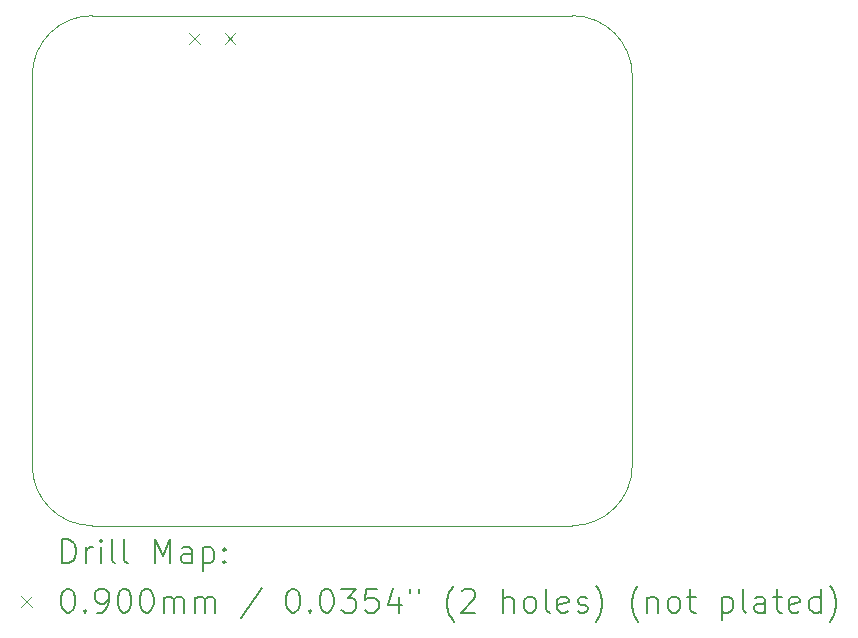
<source format=gbr>
%TF.GenerationSoftware,KiCad,Pcbnew,7.0.10*%
%TF.CreationDate,2024-03-14T18:53:14+05:30*%
%TF.ProjectId,STM32_4LAYER,53544d33-325f-4344-9c41-5945522e6b69,rev?*%
%TF.SameCoordinates,Original*%
%TF.FileFunction,Drillmap*%
%TF.FilePolarity,Positive*%
%FSLAX45Y45*%
G04 Gerber Fmt 4.5, Leading zero omitted, Abs format (unit mm)*
G04 Created by KiCad (PCBNEW 7.0.10) date 2024-03-14 18:53:14*
%MOMM*%
%LPD*%
G01*
G04 APERTURE LIST*
%ADD10C,0.100000*%
%ADD11C,0.200000*%
G04 APERTURE END LIST*
D10*
X20066000Y-7874000D02*
X20066000Y-11176000D01*
X14986000Y-11176000D02*
G75*
G03*
X15494000Y-11684000I508000J0D01*
G01*
X15494000Y-11684000D02*
X19558000Y-11684000D01*
X15494000Y-7366000D02*
X19558000Y-7366000D01*
X19558000Y-11684000D02*
G75*
G03*
X20066000Y-11176000I0J508000D01*
G01*
X15494000Y-7366000D02*
G75*
G03*
X14986000Y-7874000I0J-508000D01*
G01*
X20066000Y-7874000D02*
G75*
G03*
X19558000Y-7366000I-508000J0D01*
G01*
X14986000Y-7874000D02*
X14986000Y-11176000D01*
D11*
D10*
X16315000Y-7513300D02*
X16405000Y-7603300D01*
X16405000Y-7513300D02*
X16315000Y-7603300D01*
X16615000Y-7513300D02*
X16705000Y-7603300D01*
X16705000Y-7513300D02*
X16615000Y-7603300D01*
D11*
X15241777Y-12000484D02*
X15241777Y-11800484D01*
X15241777Y-11800484D02*
X15289396Y-11800484D01*
X15289396Y-11800484D02*
X15317967Y-11810008D01*
X15317967Y-11810008D02*
X15337015Y-11829055D01*
X15337015Y-11829055D02*
X15346539Y-11848103D01*
X15346539Y-11848103D02*
X15356062Y-11886198D01*
X15356062Y-11886198D02*
X15356062Y-11914769D01*
X15356062Y-11914769D02*
X15346539Y-11952865D01*
X15346539Y-11952865D02*
X15337015Y-11971912D01*
X15337015Y-11971912D02*
X15317967Y-11990960D01*
X15317967Y-11990960D02*
X15289396Y-12000484D01*
X15289396Y-12000484D02*
X15241777Y-12000484D01*
X15441777Y-12000484D02*
X15441777Y-11867150D01*
X15441777Y-11905246D02*
X15451301Y-11886198D01*
X15451301Y-11886198D02*
X15460824Y-11876674D01*
X15460824Y-11876674D02*
X15479872Y-11867150D01*
X15479872Y-11867150D02*
X15498920Y-11867150D01*
X15565586Y-12000484D02*
X15565586Y-11867150D01*
X15565586Y-11800484D02*
X15556062Y-11810008D01*
X15556062Y-11810008D02*
X15565586Y-11819531D01*
X15565586Y-11819531D02*
X15575110Y-11810008D01*
X15575110Y-11810008D02*
X15565586Y-11800484D01*
X15565586Y-11800484D02*
X15565586Y-11819531D01*
X15689396Y-12000484D02*
X15670348Y-11990960D01*
X15670348Y-11990960D02*
X15660824Y-11971912D01*
X15660824Y-11971912D02*
X15660824Y-11800484D01*
X15794158Y-12000484D02*
X15775110Y-11990960D01*
X15775110Y-11990960D02*
X15765586Y-11971912D01*
X15765586Y-11971912D02*
X15765586Y-11800484D01*
X16022729Y-12000484D02*
X16022729Y-11800484D01*
X16022729Y-11800484D02*
X16089396Y-11943341D01*
X16089396Y-11943341D02*
X16156062Y-11800484D01*
X16156062Y-11800484D02*
X16156062Y-12000484D01*
X16337015Y-12000484D02*
X16337015Y-11895722D01*
X16337015Y-11895722D02*
X16327491Y-11876674D01*
X16327491Y-11876674D02*
X16308443Y-11867150D01*
X16308443Y-11867150D02*
X16270348Y-11867150D01*
X16270348Y-11867150D02*
X16251301Y-11876674D01*
X16337015Y-11990960D02*
X16317967Y-12000484D01*
X16317967Y-12000484D02*
X16270348Y-12000484D01*
X16270348Y-12000484D02*
X16251301Y-11990960D01*
X16251301Y-11990960D02*
X16241777Y-11971912D01*
X16241777Y-11971912D02*
X16241777Y-11952865D01*
X16241777Y-11952865D02*
X16251301Y-11933817D01*
X16251301Y-11933817D02*
X16270348Y-11924293D01*
X16270348Y-11924293D02*
X16317967Y-11924293D01*
X16317967Y-11924293D02*
X16337015Y-11914769D01*
X16432253Y-11867150D02*
X16432253Y-12067150D01*
X16432253Y-11876674D02*
X16451301Y-11867150D01*
X16451301Y-11867150D02*
X16489396Y-11867150D01*
X16489396Y-11867150D02*
X16508443Y-11876674D01*
X16508443Y-11876674D02*
X16517967Y-11886198D01*
X16517967Y-11886198D02*
X16527491Y-11905246D01*
X16527491Y-11905246D02*
X16527491Y-11962388D01*
X16527491Y-11962388D02*
X16517967Y-11981436D01*
X16517967Y-11981436D02*
X16508443Y-11990960D01*
X16508443Y-11990960D02*
X16489396Y-12000484D01*
X16489396Y-12000484D02*
X16451301Y-12000484D01*
X16451301Y-12000484D02*
X16432253Y-11990960D01*
X16613205Y-11981436D02*
X16622729Y-11990960D01*
X16622729Y-11990960D02*
X16613205Y-12000484D01*
X16613205Y-12000484D02*
X16603682Y-11990960D01*
X16603682Y-11990960D02*
X16613205Y-11981436D01*
X16613205Y-11981436D02*
X16613205Y-12000484D01*
X16613205Y-11876674D02*
X16622729Y-11886198D01*
X16622729Y-11886198D02*
X16613205Y-11895722D01*
X16613205Y-11895722D02*
X16603682Y-11886198D01*
X16603682Y-11886198D02*
X16613205Y-11876674D01*
X16613205Y-11876674D02*
X16613205Y-11895722D01*
D10*
X14891000Y-12284000D02*
X14981000Y-12374000D01*
X14981000Y-12284000D02*
X14891000Y-12374000D01*
D11*
X15279872Y-12220484D02*
X15298920Y-12220484D01*
X15298920Y-12220484D02*
X15317967Y-12230008D01*
X15317967Y-12230008D02*
X15327491Y-12239531D01*
X15327491Y-12239531D02*
X15337015Y-12258579D01*
X15337015Y-12258579D02*
X15346539Y-12296674D01*
X15346539Y-12296674D02*
X15346539Y-12344293D01*
X15346539Y-12344293D02*
X15337015Y-12382388D01*
X15337015Y-12382388D02*
X15327491Y-12401436D01*
X15327491Y-12401436D02*
X15317967Y-12410960D01*
X15317967Y-12410960D02*
X15298920Y-12420484D01*
X15298920Y-12420484D02*
X15279872Y-12420484D01*
X15279872Y-12420484D02*
X15260824Y-12410960D01*
X15260824Y-12410960D02*
X15251301Y-12401436D01*
X15251301Y-12401436D02*
X15241777Y-12382388D01*
X15241777Y-12382388D02*
X15232253Y-12344293D01*
X15232253Y-12344293D02*
X15232253Y-12296674D01*
X15232253Y-12296674D02*
X15241777Y-12258579D01*
X15241777Y-12258579D02*
X15251301Y-12239531D01*
X15251301Y-12239531D02*
X15260824Y-12230008D01*
X15260824Y-12230008D02*
X15279872Y-12220484D01*
X15432253Y-12401436D02*
X15441777Y-12410960D01*
X15441777Y-12410960D02*
X15432253Y-12420484D01*
X15432253Y-12420484D02*
X15422729Y-12410960D01*
X15422729Y-12410960D02*
X15432253Y-12401436D01*
X15432253Y-12401436D02*
X15432253Y-12420484D01*
X15537015Y-12420484D02*
X15575110Y-12420484D01*
X15575110Y-12420484D02*
X15594158Y-12410960D01*
X15594158Y-12410960D02*
X15603682Y-12401436D01*
X15603682Y-12401436D02*
X15622729Y-12372865D01*
X15622729Y-12372865D02*
X15632253Y-12334769D01*
X15632253Y-12334769D02*
X15632253Y-12258579D01*
X15632253Y-12258579D02*
X15622729Y-12239531D01*
X15622729Y-12239531D02*
X15613205Y-12230008D01*
X15613205Y-12230008D02*
X15594158Y-12220484D01*
X15594158Y-12220484D02*
X15556062Y-12220484D01*
X15556062Y-12220484D02*
X15537015Y-12230008D01*
X15537015Y-12230008D02*
X15527491Y-12239531D01*
X15527491Y-12239531D02*
X15517967Y-12258579D01*
X15517967Y-12258579D02*
X15517967Y-12306198D01*
X15517967Y-12306198D02*
X15527491Y-12325246D01*
X15527491Y-12325246D02*
X15537015Y-12334769D01*
X15537015Y-12334769D02*
X15556062Y-12344293D01*
X15556062Y-12344293D02*
X15594158Y-12344293D01*
X15594158Y-12344293D02*
X15613205Y-12334769D01*
X15613205Y-12334769D02*
X15622729Y-12325246D01*
X15622729Y-12325246D02*
X15632253Y-12306198D01*
X15756062Y-12220484D02*
X15775110Y-12220484D01*
X15775110Y-12220484D02*
X15794158Y-12230008D01*
X15794158Y-12230008D02*
X15803682Y-12239531D01*
X15803682Y-12239531D02*
X15813205Y-12258579D01*
X15813205Y-12258579D02*
X15822729Y-12296674D01*
X15822729Y-12296674D02*
X15822729Y-12344293D01*
X15822729Y-12344293D02*
X15813205Y-12382388D01*
X15813205Y-12382388D02*
X15803682Y-12401436D01*
X15803682Y-12401436D02*
X15794158Y-12410960D01*
X15794158Y-12410960D02*
X15775110Y-12420484D01*
X15775110Y-12420484D02*
X15756062Y-12420484D01*
X15756062Y-12420484D02*
X15737015Y-12410960D01*
X15737015Y-12410960D02*
X15727491Y-12401436D01*
X15727491Y-12401436D02*
X15717967Y-12382388D01*
X15717967Y-12382388D02*
X15708443Y-12344293D01*
X15708443Y-12344293D02*
X15708443Y-12296674D01*
X15708443Y-12296674D02*
X15717967Y-12258579D01*
X15717967Y-12258579D02*
X15727491Y-12239531D01*
X15727491Y-12239531D02*
X15737015Y-12230008D01*
X15737015Y-12230008D02*
X15756062Y-12220484D01*
X15946539Y-12220484D02*
X15965586Y-12220484D01*
X15965586Y-12220484D02*
X15984634Y-12230008D01*
X15984634Y-12230008D02*
X15994158Y-12239531D01*
X15994158Y-12239531D02*
X16003682Y-12258579D01*
X16003682Y-12258579D02*
X16013205Y-12296674D01*
X16013205Y-12296674D02*
X16013205Y-12344293D01*
X16013205Y-12344293D02*
X16003682Y-12382388D01*
X16003682Y-12382388D02*
X15994158Y-12401436D01*
X15994158Y-12401436D02*
X15984634Y-12410960D01*
X15984634Y-12410960D02*
X15965586Y-12420484D01*
X15965586Y-12420484D02*
X15946539Y-12420484D01*
X15946539Y-12420484D02*
X15927491Y-12410960D01*
X15927491Y-12410960D02*
X15917967Y-12401436D01*
X15917967Y-12401436D02*
X15908443Y-12382388D01*
X15908443Y-12382388D02*
X15898920Y-12344293D01*
X15898920Y-12344293D02*
X15898920Y-12296674D01*
X15898920Y-12296674D02*
X15908443Y-12258579D01*
X15908443Y-12258579D02*
X15917967Y-12239531D01*
X15917967Y-12239531D02*
X15927491Y-12230008D01*
X15927491Y-12230008D02*
X15946539Y-12220484D01*
X16098920Y-12420484D02*
X16098920Y-12287150D01*
X16098920Y-12306198D02*
X16108443Y-12296674D01*
X16108443Y-12296674D02*
X16127491Y-12287150D01*
X16127491Y-12287150D02*
X16156063Y-12287150D01*
X16156063Y-12287150D02*
X16175110Y-12296674D01*
X16175110Y-12296674D02*
X16184634Y-12315722D01*
X16184634Y-12315722D02*
X16184634Y-12420484D01*
X16184634Y-12315722D02*
X16194158Y-12296674D01*
X16194158Y-12296674D02*
X16213205Y-12287150D01*
X16213205Y-12287150D02*
X16241777Y-12287150D01*
X16241777Y-12287150D02*
X16260824Y-12296674D01*
X16260824Y-12296674D02*
X16270348Y-12315722D01*
X16270348Y-12315722D02*
X16270348Y-12420484D01*
X16365586Y-12420484D02*
X16365586Y-12287150D01*
X16365586Y-12306198D02*
X16375110Y-12296674D01*
X16375110Y-12296674D02*
X16394158Y-12287150D01*
X16394158Y-12287150D02*
X16422729Y-12287150D01*
X16422729Y-12287150D02*
X16441777Y-12296674D01*
X16441777Y-12296674D02*
X16451301Y-12315722D01*
X16451301Y-12315722D02*
X16451301Y-12420484D01*
X16451301Y-12315722D02*
X16460824Y-12296674D01*
X16460824Y-12296674D02*
X16479872Y-12287150D01*
X16479872Y-12287150D02*
X16508443Y-12287150D01*
X16508443Y-12287150D02*
X16527491Y-12296674D01*
X16527491Y-12296674D02*
X16537015Y-12315722D01*
X16537015Y-12315722D02*
X16537015Y-12420484D01*
X16927491Y-12210960D02*
X16756063Y-12468103D01*
X17184634Y-12220484D02*
X17203682Y-12220484D01*
X17203682Y-12220484D02*
X17222729Y-12230008D01*
X17222729Y-12230008D02*
X17232253Y-12239531D01*
X17232253Y-12239531D02*
X17241777Y-12258579D01*
X17241777Y-12258579D02*
X17251301Y-12296674D01*
X17251301Y-12296674D02*
X17251301Y-12344293D01*
X17251301Y-12344293D02*
X17241777Y-12382388D01*
X17241777Y-12382388D02*
X17232253Y-12401436D01*
X17232253Y-12401436D02*
X17222729Y-12410960D01*
X17222729Y-12410960D02*
X17203682Y-12420484D01*
X17203682Y-12420484D02*
X17184634Y-12420484D01*
X17184634Y-12420484D02*
X17165587Y-12410960D01*
X17165587Y-12410960D02*
X17156063Y-12401436D01*
X17156063Y-12401436D02*
X17146539Y-12382388D01*
X17146539Y-12382388D02*
X17137015Y-12344293D01*
X17137015Y-12344293D02*
X17137015Y-12296674D01*
X17137015Y-12296674D02*
X17146539Y-12258579D01*
X17146539Y-12258579D02*
X17156063Y-12239531D01*
X17156063Y-12239531D02*
X17165587Y-12230008D01*
X17165587Y-12230008D02*
X17184634Y-12220484D01*
X17337015Y-12401436D02*
X17346539Y-12410960D01*
X17346539Y-12410960D02*
X17337015Y-12420484D01*
X17337015Y-12420484D02*
X17327491Y-12410960D01*
X17327491Y-12410960D02*
X17337015Y-12401436D01*
X17337015Y-12401436D02*
X17337015Y-12420484D01*
X17470348Y-12220484D02*
X17489396Y-12220484D01*
X17489396Y-12220484D02*
X17508444Y-12230008D01*
X17508444Y-12230008D02*
X17517968Y-12239531D01*
X17517968Y-12239531D02*
X17527491Y-12258579D01*
X17527491Y-12258579D02*
X17537015Y-12296674D01*
X17537015Y-12296674D02*
X17537015Y-12344293D01*
X17537015Y-12344293D02*
X17527491Y-12382388D01*
X17527491Y-12382388D02*
X17517968Y-12401436D01*
X17517968Y-12401436D02*
X17508444Y-12410960D01*
X17508444Y-12410960D02*
X17489396Y-12420484D01*
X17489396Y-12420484D02*
X17470348Y-12420484D01*
X17470348Y-12420484D02*
X17451301Y-12410960D01*
X17451301Y-12410960D02*
X17441777Y-12401436D01*
X17441777Y-12401436D02*
X17432253Y-12382388D01*
X17432253Y-12382388D02*
X17422729Y-12344293D01*
X17422729Y-12344293D02*
X17422729Y-12296674D01*
X17422729Y-12296674D02*
X17432253Y-12258579D01*
X17432253Y-12258579D02*
X17441777Y-12239531D01*
X17441777Y-12239531D02*
X17451301Y-12230008D01*
X17451301Y-12230008D02*
X17470348Y-12220484D01*
X17603682Y-12220484D02*
X17727491Y-12220484D01*
X17727491Y-12220484D02*
X17660825Y-12296674D01*
X17660825Y-12296674D02*
X17689396Y-12296674D01*
X17689396Y-12296674D02*
X17708444Y-12306198D01*
X17708444Y-12306198D02*
X17717968Y-12315722D01*
X17717968Y-12315722D02*
X17727491Y-12334769D01*
X17727491Y-12334769D02*
X17727491Y-12382388D01*
X17727491Y-12382388D02*
X17717968Y-12401436D01*
X17717968Y-12401436D02*
X17708444Y-12410960D01*
X17708444Y-12410960D02*
X17689396Y-12420484D01*
X17689396Y-12420484D02*
X17632253Y-12420484D01*
X17632253Y-12420484D02*
X17613206Y-12410960D01*
X17613206Y-12410960D02*
X17603682Y-12401436D01*
X17908444Y-12220484D02*
X17813206Y-12220484D01*
X17813206Y-12220484D02*
X17803682Y-12315722D01*
X17803682Y-12315722D02*
X17813206Y-12306198D01*
X17813206Y-12306198D02*
X17832253Y-12296674D01*
X17832253Y-12296674D02*
X17879872Y-12296674D01*
X17879872Y-12296674D02*
X17898920Y-12306198D01*
X17898920Y-12306198D02*
X17908444Y-12315722D01*
X17908444Y-12315722D02*
X17917968Y-12334769D01*
X17917968Y-12334769D02*
X17917968Y-12382388D01*
X17917968Y-12382388D02*
X17908444Y-12401436D01*
X17908444Y-12401436D02*
X17898920Y-12410960D01*
X17898920Y-12410960D02*
X17879872Y-12420484D01*
X17879872Y-12420484D02*
X17832253Y-12420484D01*
X17832253Y-12420484D02*
X17813206Y-12410960D01*
X17813206Y-12410960D02*
X17803682Y-12401436D01*
X18089396Y-12287150D02*
X18089396Y-12420484D01*
X18041777Y-12210960D02*
X17994158Y-12353817D01*
X17994158Y-12353817D02*
X18117968Y-12353817D01*
X18184634Y-12220484D02*
X18184634Y-12258579D01*
X18260825Y-12220484D02*
X18260825Y-12258579D01*
X18556063Y-12496674D02*
X18546539Y-12487150D01*
X18546539Y-12487150D02*
X18527491Y-12458579D01*
X18527491Y-12458579D02*
X18517968Y-12439531D01*
X18517968Y-12439531D02*
X18508444Y-12410960D01*
X18508444Y-12410960D02*
X18498920Y-12363341D01*
X18498920Y-12363341D02*
X18498920Y-12325246D01*
X18498920Y-12325246D02*
X18508444Y-12277627D01*
X18508444Y-12277627D02*
X18517968Y-12249055D01*
X18517968Y-12249055D02*
X18527491Y-12230008D01*
X18527491Y-12230008D02*
X18546539Y-12201436D01*
X18546539Y-12201436D02*
X18556063Y-12191912D01*
X18622730Y-12239531D02*
X18632253Y-12230008D01*
X18632253Y-12230008D02*
X18651301Y-12220484D01*
X18651301Y-12220484D02*
X18698920Y-12220484D01*
X18698920Y-12220484D02*
X18717968Y-12230008D01*
X18717968Y-12230008D02*
X18727491Y-12239531D01*
X18727491Y-12239531D02*
X18737015Y-12258579D01*
X18737015Y-12258579D02*
X18737015Y-12277627D01*
X18737015Y-12277627D02*
X18727491Y-12306198D01*
X18727491Y-12306198D02*
X18613206Y-12420484D01*
X18613206Y-12420484D02*
X18737015Y-12420484D01*
X18975111Y-12420484D02*
X18975111Y-12220484D01*
X19060825Y-12420484D02*
X19060825Y-12315722D01*
X19060825Y-12315722D02*
X19051301Y-12296674D01*
X19051301Y-12296674D02*
X19032253Y-12287150D01*
X19032253Y-12287150D02*
X19003682Y-12287150D01*
X19003682Y-12287150D02*
X18984634Y-12296674D01*
X18984634Y-12296674D02*
X18975111Y-12306198D01*
X19184634Y-12420484D02*
X19165587Y-12410960D01*
X19165587Y-12410960D02*
X19156063Y-12401436D01*
X19156063Y-12401436D02*
X19146539Y-12382388D01*
X19146539Y-12382388D02*
X19146539Y-12325246D01*
X19146539Y-12325246D02*
X19156063Y-12306198D01*
X19156063Y-12306198D02*
X19165587Y-12296674D01*
X19165587Y-12296674D02*
X19184634Y-12287150D01*
X19184634Y-12287150D02*
X19213206Y-12287150D01*
X19213206Y-12287150D02*
X19232253Y-12296674D01*
X19232253Y-12296674D02*
X19241777Y-12306198D01*
X19241777Y-12306198D02*
X19251301Y-12325246D01*
X19251301Y-12325246D02*
X19251301Y-12382388D01*
X19251301Y-12382388D02*
X19241777Y-12401436D01*
X19241777Y-12401436D02*
X19232253Y-12410960D01*
X19232253Y-12410960D02*
X19213206Y-12420484D01*
X19213206Y-12420484D02*
X19184634Y-12420484D01*
X19365587Y-12420484D02*
X19346539Y-12410960D01*
X19346539Y-12410960D02*
X19337015Y-12391912D01*
X19337015Y-12391912D02*
X19337015Y-12220484D01*
X19517968Y-12410960D02*
X19498920Y-12420484D01*
X19498920Y-12420484D02*
X19460825Y-12420484D01*
X19460825Y-12420484D02*
X19441777Y-12410960D01*
X19441777Y-12410960D02*
X19432253Y-12391912D01*
X19432253Y-12391912D02*
X19432253Y-12315722D01*
X19432253Y-12315722D02*
X19441777Y-12296674D01*
X19441777Y-12296674D02*
X19460825Y-12287150D01*
X19460825Y-12287150D02*
X19498920Y-12287150D01*
X19498920Y-12287150D02*
X19517968Y-12296674D01*
X19517968Y-12296674D02*
X19527492Y-12315722D01*
X19527492Y-12315722D02*
X19527492Y-12334769D01*
X19527492Y-12334769D02*
X19432253Y-12353817D01*
X19603682Y-12410960D02*
X19622730Y-12420484D01*
X19622730Y-12420484D02*
X19660825Y-12420484D01*
X19660825Y-12420484D02*
X19679873Y-12410960D01*
X19679873Y-12410960D02*
X19689396Y-12391912D01*
X19689396Y-12391912D02*
X19689396Y-12382388D01*
X19689396Y-12382388D02*
X19679873Y-12363341D01*
X19679873Y-12363341D02*
X19660825Y-12353817D01*
X19660825Y-12353817D02*
X19632253Y-12353817D01*
X19632253Y-12353817D02*
X19613206Y-12344293D01*
X19613206Y-12344293D02*
X19603682Y-12325246D01*
X19603682Y-12325246D02*
X19603682Y-12315722D01*
X19603682Y-12315722D02*
X19613206Y-12296674D01*
X19613206Y-12296674D02*
X19632253Y-12287150D01*
X19632253Y-12287150D02*
X19660825Y-12287150D01*
X19660825Y-12287150D02*
X19679873Y-12296674D01*
X19756063Y-12496674D02*
X19765587Y-12487150D01*
X19765587Y-12487150D02*
X19784634Y-12458579D01*
X19784634Y-12458579D02*
X19794158Y-12439531D01*
X19794158Y-12439531D02*
X19803682Y-12410960D01*
X19803682Y-12410960D02*
X19813206Y-12363341D01*
X19813206Y-12363341D02*
X19813206Y-12325246D01*
X19813206Y-12325246D02*
X19803682Y-12277627D01*
X19803682Y-12277627D02*
X19794158Y-12249055D01*
X19794158Y-12249055D02*
X19784634Y-12230008D01*
X19784634Y-12230008D02*
X19765587Y-12201436D01*
X19765587Y-12201436D02*
X19756063Y-12191912D01*
X20117968Y-12496674D02*
X20108444Y-12487150D01*
X20108444Y-12487150D02*
X20089396Y-12458579D01*
X20089396Y-12458579D02*
X20079873Y-12439531D01*
X20079873Y-12439531D02*
X20070349Y-12410960D01*
X20070349Y-12410960D02*
X20060825Y-12363341D01*
X20060825Y-12363341D02*
X20060825Y-12325246D01*
X20060825Y-12325246D02*
X20070349Y-12277627D01*
X20070349Y-12277627D02*
X20079873Y-12249055D01*
X20079873Y-12249055D02*
X20089396Y-12230008D01*
X20089396Y-12230008D02*
X20108444Y-12201436D01*
X20108444Y-12201436D02*
X20117968Y-12191912D01*
X20194158Y-12287150D02*
X20194158Y-12420484D01*
X20194158Y-12306198D02*
X20203682Y-12296674D01*
X20203682Y-12296674D02*
X20222730Y-12287150D01*
X20222730Y-12287150D02*
X20251301Y-12287150D01*
X20251301Y-12287150D02*
X20270349Y-12296674D01*
X20270349Y-12296674D02*
X20279873Y-12315722D01*
X20279873Y-12315722D02*
X20279873Y-12420484D01*
X20403682Y-12420484D02*
X20384634Y-12410960D01*
X20384634Y-12410960D02*
X20375111Y-12401436D01*
X20375111Y-12401436D02*
X20365587Y-12382388D01*
X20365587Y-12382388D02*
X20365587Y-12325246D01*
X20365587Y-12325246D02*
X20375111Y-12306198D01*
X20375111Y-12306198D02*
X20384634Y-12296674D01*
X20384634Y-12296674D02*
X20403682Y-12287150D01*
X20403682Y-12287150D02*
X20432254Y-12287150D01*
X20432254Y-12287150D02*
X20451301Y-12296674D01*
X20451301Y-12296674D02*
X20460825Y-12306198D01*
X20460825Y-12306198D02*
X20470349Y-12325246D01*
X20470349Y-12325246D02*
X20470349Y-12382388D01*
X20470349Y-12382388D02*
X20460825Y-12401436D01*
X20460825Y-12401436D02*
X20451301Y-12410960D01*
X20451301Y-12410960D02*
X20432254Y-12420484D01*
X20432254Y-12420484D02*
X20403682Y-12420484D01*
X20527492Y-12287150D02*
X20603682Y-12287150D01*
X20556063Y-12220484D02*
X20556063Y-12391912D01*
X20556063Y-12391912D02*
X20565587Y-12410960D01*
X20565587Y-12410960D02*
X20584634Y-12420484D01*
X20584634Y-12420484D02*
X20603682Y-12420484D01*
X20822730Y-12287150D02*
X20822730Y-12487150D01*
X20822730Y-12296674D02*
X20841777Y-12287150D01*
X20841777Y-12287150D02*
X20879873Y-12287150D01*
X20879873Y-12287150D02*
X20898920Y-12296674D01*
X20898920Y-12296674D02*
X20908444Y-12306198D01*
X20908444Y-12306198D02*
X20917968Y-12325246D01*
X20917968Y-12325246D02*
X20917968Y-12382388D01*
X20917968Y-12382388D02*
X20908444Y-12401436D01*
X20908444Y-12401436D02*
X20898920Y-12410960D01*
X20898920Y-12410960D02*
X20879873Y-12420484D01*
X20879873Y-12420484D02*
X20841777Y-12420484D01*
X20841777Y-12420484D02*
X20822730Y-12410960D01*
X21032254Y-12420484D02*
X21013206Y-12410960D01*
X21013206Y-12410960D02*
X21003682Y-12391912D01*
X21003682Y-12391912D02*
X21003682Y-12220484D01*
X21194158Y-12420484D02*
X21194158Y-12315722D01*
X21194158Y-12315722D02*
X21184635Y-12296674D01*
X21184635Y-12296674D02*
X21165587Y-12287150D01*
X21165587Y-12287150D02*
X21127492Y-12287150D01*
X21127492Y-12287150D02*
X21108444Y-12296674D01*
X21194158Y-12410960D02*
X21175111Y-12420484D01*
X21175111Y-12420484D02*
X21127492Y-12420484D01*
X21127492Y-12420484D02*
X21108444Y-12410960D01*
X21108444Y-12410960D02*
X21098920Y-12391912D01*
X21098920Y-12391912D02*
X21098920Y-12372865D01*
X21098920Y-12372865D02*
X21108444Y-12353817D01*
X21108444Y-12353817D02*
X21127492Y-12344293D01*
X21127492Y-12344293D02*
X21175111Y-12344293D01*
X21175111Y-12344293D02*
X21194158Y-12334769D01*
X21260825Y-12287150D02*
X21337015Y-12287150D01*
X21289396Y-12220484D02*
X21289396Y-12391912D01*
X21289396Y-12391912D02*
X21298920Y-12410960D01*
X21298920Y-12410960D02*
X21317968Y-12420484D01*
X21317968Y-12420484D02*
X21337015Y-12420484D01*
X21479873Y-12410960D02*
X21460825Y-12420484D01*
X21460825Y-12420484D02*
X21422730Y-12420484D01*
X21422730Y-12420484D02*
X21403682Y-12410960D01*
X21403682Y-12410960D02*
X21394158Y-12391912D01*
X21394158Y-12391912D02*
X21394158Y-12315722D01*
X21394158Y-12315722D02*
X21403682Y-12296674D01*
X21403682Y-12296674D02*
X21422730Y-12287150D01*
X21422730Y-12287150D02*
X21460825Y-12287150D01*
X21460825Y-12287150D02*
X21479873Y-12296674D01*
X21479873Y-12296674D02*
X21489396Y-12315722D01*
X21489396Y-12315722D02*
X21489396Y-12334769D01*
X21489396Y-12334769D02*
X21394158Y-12353817D01*
X21660825Y-12420484D02*
X21660825Y-12220484D01*
X21660825Y-12410960D02*
X21641777Y-12420484D01*
X21641777Y-12420484D02*
X21603682Y-12420484D01*
X21603682Y-12420484D02*
X21584635Y-12410960D01*
X21584635Y-12410960D02*
X21575111Y-12401436D01*
X21575111Y-12401436D02*
X21565587Y-12382388D01*
X21565587Y-12382388D02*
X21565587Y-12325246D01*
X21565587Y-12325246D02*
X21575111Y-12306198D01*
X21575111Y-12306198D02*
X21584635Y-12296674D01*
X21584635Y-12296674D02*
X21603682Y-12287150D01*
X21603682Y-12287150D02*
X21641777Y-12287150D01*
X21641777Y-12287150D02*
X21660825Y-12296674D01*
X21737016Y-12496674D02*
X21746539Y-12487150D01*
X21746539Y-12487150D02*
X21765587Y-12458579D01*
X21765587Y-12458579D02*
X21775111Y-12439531D01*
X21775111Y-12439531D02*
X21784635Y-12410960D01*
X21784635Y-12410960D02*
X21794158Y-12363341D01*
X21794158Y-12363341D02*
X21794158Y-12325246D01*
X21794158Y-12325246D02*
X21784635Y-12277627D01*
X21784635Y-12277627D02*
X21775111Y-12249055D01*
X21775111Y-12249055D02*
X21765587Y-12230008D01*
X21765587Y-12230008D02*
X21746539Y-12201436D01*
X21746539Y-12201436D02*
X21737016Y-12191912D01*
M02*

</source>
